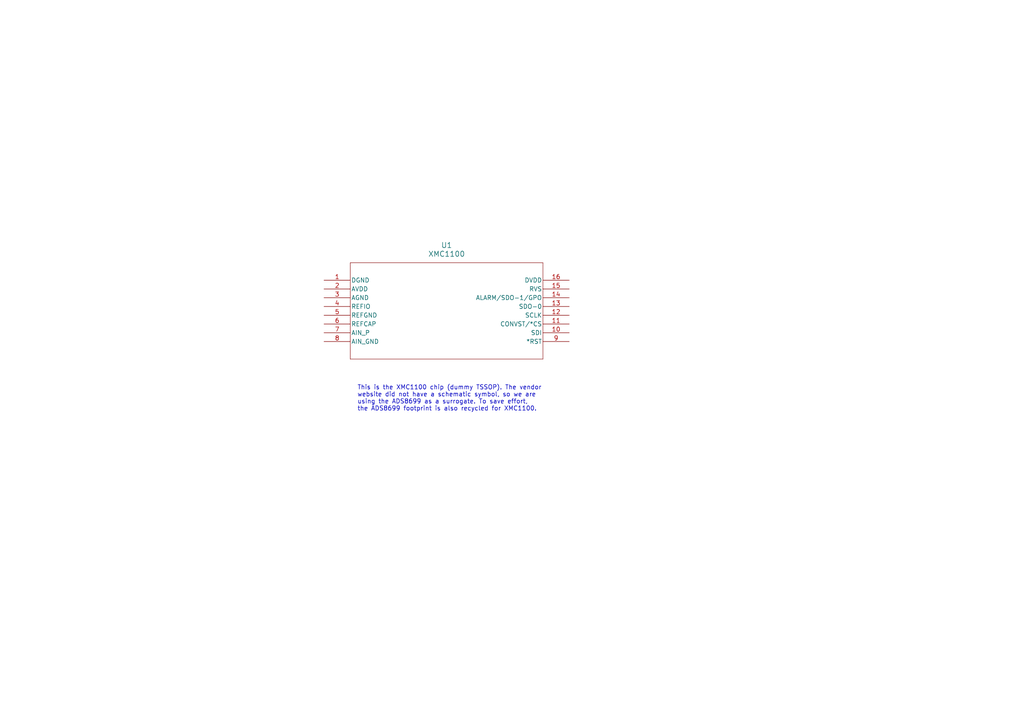
<source format=kicad_sch>
(kicad_sch (version 20250114) (generator "eeschema") (generator_version "9.0")
  (paper "A4")
  (lib_symbols
    (symbol "ADS8699:ADS8699IPW" (pin_names (offset 0.254))
      (property "Reference" "U" (at 35.56 10.16 0))
      (property "Value" "ADS8699IPW" (at 35.56 7.62 0))
      (symbol "ADS8699IPW_0_1"
        (polyline (pts (xy 7.62 5.08) (xy 7.62 -22.86)) (stroke (width 0.127)))
        (polyline (pts (xy 7.62 -22.86) (xy 63.5 -22.86)) (stroke (width 0.127)))
        (polyline (pts (xy 63.5 5.08) (xy 7.62 5.08)) (stroke (width 0.127)))
        (polyline (pts (xy 63.5 -22.86) (xy 63.5 5.08)) (stroke (width 0.127)))
        (pin power_in line (at 0 0 0) (length 7.62) (name "DGND") (number "1"))
        (pin power_in line (at 0 -2.54 0) (length 7.62) (name "AVDD") (number "2"))
        (pin power_in line (at 0 -5.08 0) (length 7.62) (name "AGND") (number "3"))
        (pin bidirectional line (at 0 -7.62 0) (length 7.62) (name "REFIO") (number "4"))
        (pin power_in line (at 0 -10.16 0) (length 7.62) (name "REFGND") (number "5"))
        (pin output line (at 0 -12.7 0) (length 7.62) (name "REFCAP") (number "6"))
        (pin input line (at 0 -15.24 0) (length 7.62) (name "AIN_P") (number "7"))
        (pin input line (at 0 -17.78 0) (length 7.62) (name "AIN_GND") (number "8"))
        (pin power_in line (at 71.12 0 180) (length 7.62) (name "DVDD") (number "16"))
        (pin output line (at 71.12 -2.54 180) (length 7.62) (name "RVS") (number "15"))
        (pin output line (at 71.12 -5.08 180) (length 7.62) (name "ALARM/SDO-1/GPO") (number "14"))
        (pin output line (at 71.12 -7.62 180) (length 7.62) (name "SDO-0") (number "13"))
        (pin input line (at 71.12 -10.16 180) (length 7.62) (name "SCLK") (number "12"))
        (pin input line (at 71.12 -12.7 180) (length 7.62) (name "CONVST/*CS") (number "11"))
        (pin input line (at 71.12 -15.24 180) (length 7.62) (name "SDI") (number "10"))
        (pin input line (at 71.12 -17.78 180) (length 7.62) (name "*RST") (number "9"))
      )
    )
  )
  (text "This is the XMC1100 chip (dummy TSSOP). The vendor\nwebsite did not have a schematic symbol, so we are\nusing the ADS8699 as a surrogate. To save effort,\nthe ADS8699 footprint is also recycled for XMC1100." (at 103.632 111.76 0) (effects (font (size 1.27 1.27)) (justify left top)))
  (symbol (lib_id "ADS8699:ADS8699IPW") (at 93.98 81.28 0) (unit 1)
    (property "Reference" "U1" (at 129.54 71.12 0) (effects (font (size 1.524 1.524))))
    (property "Value" "XMC1100" (at 129.54 73.66 0) (effects (font (size 1.524 1.524))))
    (property "Purchase Link" "https://www.digikey.com/en/products/detail/infineon-technologies/XMC1100T016F0016ABXUMA1/5845348" (effects (hide yes)))
    (property "Cost" "$0.69" (effects (hide yes)))
    (property "RoHS Compliant" "YES" (effects (hide yes)))
    (property "Cost (qty10)" "$0.489" (effects (hide yes)))
  )
)
</source>
